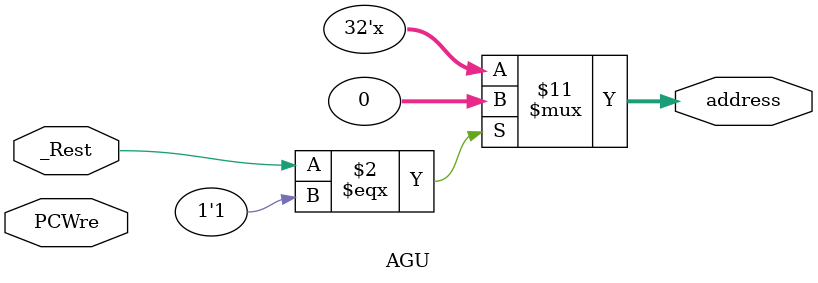
<source format=v>
/*
File Name   : AGU.v
Description : RISC-V RV32I 地址生成单元
Written By  : Tealer Guo
Data        : 2019/04/20
*/
module AGU(
	input _Rest,
	input PCWre, // 为1时pc更改
	output[31:0] address
);
	// 生成地址
	reg[31:0] address;
	always @(*)
	begin
		if(_Rest===1)
			address=0;
		else if(PCWre) begin
			address=address+4;
		end
	end
endmodule
</source>
